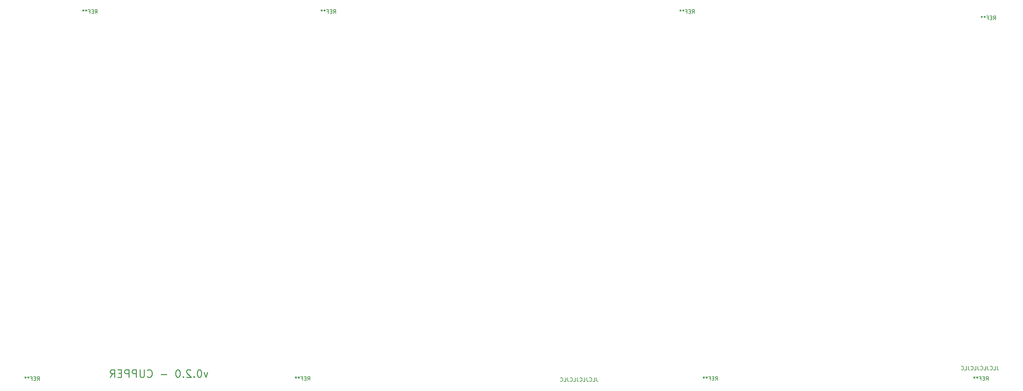
<source format=gbr>
%TF.GenerationSoftware,KiCad,Pcbnew,5.1.6*%
%TF.CreationDate,2020-11-05T19:36:39+01:00*%
%TF.ProjectId,OTTO_FrontPanel_SMD,4f54544f-5f46-4726-9f6e-7450616e656c,rev?*%
%TF.SameCoordinates,Original*%
%TF.FileFunction,Legend,Bot*%
%TF.FilePolarity,Positive*%
%FSLAX46Y46*%
G04 Gerber Fmt 4.6, Leading zero omitted, Abs format (unit mm)*
G04 Created by KiCad (PCBNEW 5.1.6) date 2020-11-05 19:36:39*
%MOMM*%
%LPD*%
G01*
G04 APERTURE LIST*
%ADD10C,0.250000*%
%ADD11C,0.150000*%
G04 APERTURE END LIST*
D10*
X81733600Y-106590228D02*
X81257409Y-107923561D01*
X80781219Y-106590228D01*
X79638361Y-105923561D02*
X79447885Y-105923561D01*
X79257409Y-106018800D01*
X79162171Y-106114038D01*
X79066933Y-106304514D01*
X78971695Y-106685466D01*
X78971695Y-107161657D01*
X79066933Y-107542609D01*
X79162171Y-107733085D01*
X79257409Y-107828323D01*
X79447885Y-107923561D01*
X79638361Y-107923561D01*
X79828838Y-107828323D01*
X79924076Y-107733085D01*
X80019314Y-107542609D01*
X80114552Y-107161657D01*
X80114552Y-106685466D01*
X80019314Y-106304514D01*
X79924076Y-106114038D01*
X79828838Y-106018800D01*
X79638361Y-105923561D01*
X78114552Y-107733085D02*
X78019314Y-107828323D01*
X78114552Y-107923561D01*
X78209790Y-107828323D01*
X78114552Y-107733085D01*
X78114552Y-107923561D01*
X77257409Y-106114038D02*
X77162171Y-106018800D01*
X76971695Y-105923561D01*
X76495504Y-105923561D01*
X76305028Y-106018800D01*
X76209790Y-106114038D01*
X76114552Y-106304514D01*
X76114552Y-106494990D01*
X76209790Y-106780704D01*
X77352647Y-107923561D01*
X76114552Y-107923561D01*
X75257409Y-107733085D02*
X75162171Y-107828323D01*
X75257409Y-107923561D01*
X75352647Y-107828323D01*
X75257409Y-107733085D01*
X75257409Y-107923561D01*
X73924076Y-105923561D02*
X73733600Y-105923561D01*
X73543123Y-106018800D01*
X73447885Y-106114038D01*
X73352647Y-106304514D01*
X73257409Y-106685466D01*
X73257409Y-107161657D01*
X73352647Y-107542609D01*
X73447885Y-107733085D01*
X73543123Y-107828323D01*
X73733600Y-107923561D01*
X73924076Y-107923561D01*
X74114552Y-107828323D01*
X74209790Y-107733085D01*
X74305028Y-107542609D01*
X74400266Y-107161657D01*
X74400266Y-106685466D01*
X74305028Y-106304514D01*
X74209790Y-106114038D01*
X74114552Y-106018800D01*
X73924076Y-105923561D01*
X70876457Y-107161657D02*
X69352647Y-107161657D01*
X65733600Y-107733085D02*
X65828838Y-107828323D01*
X66114552Y-107923561D01*
X66305028Y-107923561D01*
X66590742Y-107828323D01*
X66781219Y-107637847D01*
X66876457Y-107447371D01*
X66971695Y-107066419D01*
X66971695Y-106780704D01*
X66876457Y-106399752D01*
X66781219Y-106209276D01*
X66590742Y-106018800D01*
X66305028Y-105923561D01*
X66114552Y-105923561D01*
X65828838Y-106018800D01*
X65733600Y-106114038D01*
X64876457Y-105923561D02*
X64876457Y-107542609D01*
X64781219Y-107733085D01*
X64685980Y-107828323D01*
X64495504Y-107923561D01*
X64114552Y-107923561D01*
X63924076Y-107828323D01*
X63828838Y-107733085D01*
X63733600Y-107542609D01*
X63733600Y-105923561D01*
X62781219Y-107923561D02*
X62781219Y-105923561D01*
X62019314Y-105923561D01*
X61828838Y-106018800D01*
X61733600Y-106114038D01*
X61638361Y-106304514D01*
X61638361Y-106590228D01*
X61733600Y-106780704D01*
X61828838Y-106875942D01*
X62019314Y-106971180D01*
X62781219Y-106971180D01*
X60781219Y-107923561D02*
X60781219Y-105923561D01*
X60019314Y-105923561D01*
X59828838Y-106018800D01*
X59733600Y-106114038D01*
X59638361Y-106304514D01*
X59638361Y-106590228D01*
X59733600Y-106780704D01*
X59828838Y-106875942D01*
X60019314Y-106971180D01*
X60781219Y-106971180D01*
X58781219Y-106875942D02*
X58114552Y-106875942D01*
X57828838Y-107923561D02*
X58781219Y-107923561D01*
X58781219Y-105923561D01*
X57828838Y-105923561D01*
X55828838Y-107923561D02*
X56495504Y-106971180D01*
X56971695Y-107923561D02*
X56971695Y-105923561D01*
X56209790Y-105923561D01*
X56019314Y-106018800D01*
X55924076Y-106114038D01*
X55828838Y-106304514D01*
X55828838Y-106590228D01*
X55924076Y-106780704D01*
X56019314Y-106875942D01*
X56209790Y-106971180D01*
X56971695Y-106971180D01*
D11*
X185202647Y-108041180D02*
X185202647Y-108755466D01*
X185250266Y-108898323D01*
X185345504Y-108993561D01*
X185488361Y-109041180D01*
X185583600Y-109041180D01*
X184250266Y-109041180D02*
X184726457Y-109041180D01*
X184726457Y-108041180D01*
X183345504Y-108945942D02*
X183393123Y-108993561D01*
X183535980Y-109041180D01*
X183631219Y-109041180D01*
X183774076Y-108993561D01*
X183869314Y-108898323D01*
X183916933Y-108803085D01*
X183964552Y-108612609D01*
X183964552Y-108469752D01*
X183916933Y-108279276D01*
X183869314Y-108184038D01*
X183774076Y-108088800D01*
X183631219Y-108041180D01*
X183535980Y-108041180D01*
X183393123Y-108088800D01*
X183345504Y-108136419D01*
X182631219Y-108041180D02*
X182631219Y-108755466D01*
X182678838Y-108898323D01*
X182774076Y-108993561D01*
X182916933Y-109041180D01*
X183012171Y-109041180D01*
X181678838Y-109041180D02*
X182155028Y-109041180D01*
X182155028Y-108041180D01*
X180774076Y-108945942D02*
X180821695Y-108993561D01*
X180964552Y-109041180D01*
X181059790Y-109041180D01*
X181202647Y-108993561D01*
X181297885Y-108898323D01*
X181345504Y-108803085D01*
X181393123Y-108612609D01*
X181393123Y-108469752D01*
X181345504Y-108279276D01*
X181297885Y-108184038D01*
X181202647Y-108088800D01*
X181059790Y-108041180D01*
X180964552Y-108041180D01*
X180821695Y-108088800D01*
X180774076Y-108136419D01*
X180059790Y-108041180D02*
X180059790Y-108755466D01*
X180107409Y-108898323D01*
X180202647Y-108993561D01*
X180345504Y-109041180D01*
X180440742Y-109041180D01*
X179107409Y-109041180D02*
X179583600Y-109041180D01*
X179583600Y-108041180D01*
X178202647Y-108945942D02*
X178250266Y-108993561D01*
X178393123Y-109041180D01*
X178488361Y-109041180D01*
X178631219Y-108993561D01*
X178726457Y-108898323D01*
X178774076Y-108803085D01*
X178821695Y-108612609D01*
X178821695Y-108469752D01*
X178774076Y-108279276D01*
X178726457Y-108184038D01*
X178631219Y-108088800D01*
X178488361Y-108041180D01*
X178393123Y-108041180D01*
X178250266Y-108088800D01*
X178202647Y-108136419D01*
X177488361Y-108041180D02*
X177488361Y-108755466D01*
X177535980Y-108898323D01*
X177631219Y-108993561D01*
X177774076Y-109041180D01*
X177869314Y-109041180D01*
X176535980Y-109041180D02*
X177012171Y-109041180D01*
X177012171Y-108041180D01*
X175631219Y-108945942D02*
X175678838Y-108993561D01*
X175821695Y-109041180D01*
X175916933Y-109041180D01*
X176059790Y-108993561D01*
X176155028Y-108898323D01*
X176202647Y-108803085D01*
X176250266Y-108612609D01*
X176250266Y-108469752D01*
X176202647Y-108279276D01*
X176155028Y-108184038D01*
X176059790Y-108088800D01*
X175916933Y-108041180D01*
X175821695Y-108041180D01*
X175678838Y-108088800D01*
X175631219Y-108136419D01*
X291819047Y-105002380D02*
X291819047Y-105716666D01*
X291866666Y-105859523D01*
X291961904Y-105954761D01*
X292104761Y-106002380D01*
X292200000Y-106002380D01*
X290866666Y-106002380D02*
X291342857Y-106002380D01*
X291342857Y-105002380D01*
X289961904Y-105907142D02*
X290009523Y-105954761D01*
X290152380Y-106002380D01*
X290247619Y-106002380D01*
X290390476Y-105954761D01*
X290485714Y-105859523D01*
X290533333Y-105764285D01*
X290580952Y-105573809D01*
X290580952Y-105430952D01*
X290533333Y-105240476D01*
X290485714Y-105145238D01*
X290390476Y-105050000D01*
X290247619Y-105002380D01*
X290152380Y-105002380D01*
X290009523Y-105050000D01*
X289961904Y-105097619D01*
X289247619Y-105002380D02*
X289247619Y-105716666D01*
X289295238Y-105859523D01*
X289390476Y-105954761D01*
X289533333Y-106002380D01*
X289628571Y-106002380D01*
X288295238Y-106002380D02*
X288771428Y-106002380D01*
X288771428Y-105002380D01*
X287390476Y-105907142D02*
X287438095Y-105954761D01*
X287580952Y-106002380D01*
X287676190Y-106002380D01*
X287819047Y-105954761D01*
X287914285Y-105859523D01*
X287961904Y-105764285D01*
X288009523Y-105573809D01*
X288009523Y-105430952D01*
X287961904Y-105240476D01*
X287914285Y-105145238D01*
X287819047Y-105050000D01*
X287676190Y-105002380D01*
X287580952Y-105002380D01*
X287438095Y-105050000D01*
X287390476Y-105097619D01*
X286676190Y-105002380D02*
X286676190Y-105716666D01*
X286723809Y-105859523D01*
X286819047Y-105954761D01*
X286961904Y-106002380D01*
X287057142Y-106002380D01*
X285723809Y-106002380D02*
X286200000Y-106002380D01*
X286200000Y-105002380D01*
X284819047Y-105907142D02*
X284866666Y-105954761D01*
X285009523Y-106002380D01*
X285104761Y-106002380D01*
X285247619Y-105954761D01*
X285342857Y-105859523D01*
X285390476Y-105764285D01*
X285438095Y-105573809D01*
X285438095Y-105430952D01*
X285390476Y-105240476D01*
X285342857Y-105145238D01*
X285247619Y-105050000D01*
X285104761Y-105002380D01*
X285009523Y-105002380D01*
X284866666Y-105050000D01*
X284819047Y-105097619D01*
X284104761Y-105002380D02*
X284104761Y-105716666D01*
X284152380Y-105859523D01*
X284247619Y-105954761D01*
X284390476Y-106002380D01*
X284485714Y-106002380D01*
X283152380Y-106002380D02*
X283628571Y-106002380D01*
X283628571Y-105002380D01*
X282247619Y-105907142D02*
X282295238Y-105954761D01*
X282438095Y-106002380D01*
X282533333Y-106002380D01*
X282676190Y-105954761D01*
X282771428Y-105859523D01*
X282819047Y-105764285D01*
X282866666Y-105573809D01*
X282866666Y-105430952D01*
X282819047Y-105240476D01*
X282771428Y-105145238D01*
X282676190Y-105050000D01*
X282533333Y-105002380D01*
X282438095Y-105002380D01*
X282295238Y-105050000D01*
X282247619Y-105097619D01*
X36393333Y-108762380D02*
X36726666Y-108286190D01*
X36964761Y-108762380D02*
X36964761Y-107762380D01*
X36583809Y-107762380D01*
X36488571Y-107810000D01*
X36440952Y-107857619D01*
X36393333Y-107952857D01*
X36393333Y-108095714D01*
X36440952Y-108190952D01*
X36488571Y-108238571D01*
X36583809Y-108286190D01*
X36964761Y-108286190D01*
X35964761Y-108238571D02*
X35631428Y-108238571D01*
X35488571Y-108762380D02*
X35964761Y-108762380D01*
X35964761Y-107762380D01*
X35488571Y-107762380D01*
X34726666Y-108238571D02*
X35060000Y-108238571D01*
X35060000Y-108762380D02*
X35060000Y-107762380D01*
X34583809Y-107762380D01*
X34060000Y-107762380D02*
X34060000Y-108000476D01*
X34298095Y-107905238D02*
X34060000Y-108000476D01*
X33821904Y-107905238D01*
X34202857Y-108190952D02*
X34060000Y-108000476D01*
X33917142Y-108190952D01*
X33298095Y-107762380D02*
X33298095Y-108000476D01*
X33536190Y-107905238D02*
X33298095Y-108000476D01*
X33060000Y-107905238D01*
X33440952Y-108190952D02*
X33298095Y-108000476D01*
X33155238Y-108190952D01*
X108363333Y-108752380D02*
X108696666Y-108276190D01*
X108934761Y-108752380D02*
X108934761Y-107752380D01*
X108553809Y-107752380D01*
X108458571Y-107800000D01*
X108410952Y-107847619D01*
X108363333Y-107942857D01*
X108363333Y-108085714D01*
X108410952Y-108180952D01*
X108458571Y-108228571D01*
X108553809Y-108276190D01*
X108934761Y-108276190D01*
X107934761Y-108228571D02*
X107601428Y-108228571D01*
X107458571Y-108752380D02*
X107934761Y-108752380D01*
X107934761Y-107752380D01*
X107458571Y-107752380D01*
X106696666Y-108228571D02*
X107030000Y-108228571D01*
X107030000Y-108752380D02*
X107030000Y-107752380D01*
X106553809Y-107752380D01*
X106030000Y-107752380D02*
X106030000Y-107990476D01*
X106268095Y-107895238D02*
X106030000Y-107990476D01*
X105791904Y-107895238D01*
X106172857Y-108180952D02*
X106030000Y-107990476D01*
X105887142Y-108180952D01*
X105268095Y-107752380D02*
X105268095Y-107990476D01*
X105506190Y-107895238D02*
X105268095Y-107990476D01*
X105030000Y-107895238D01*
X105410952Y-108180952D02*
X105268095Y-107990476D01*
X105125238Y-108180952D01*
X210663333Y-11072380D02*
X210996666Y-10596190D01*
X211234761Y-11072380D02*
X211234761Y-10072380D01*
X210853809Y-10072380D01*
X210758571Y-10120000D01*
X210710952Y-10167619D01*
X210663333Y-10262857D01*
X210663333Y-10405714D01*
X210710952Y-10500952D01*
X210758571Y-10548571D01*
X210853809Y-10596190D01*
X211234761Y-10596190D01*
X210234761Y-10548571D02*
X209901428Y-10548571D01*
X209758571Y-11072380D02*
X210234761Y-11072380D01*
X210234761Y-10072380D01*
X209758571Y-10072380D01*
X208996666Y-10548571D02*
X209330000Y-10548571D01*
X209330000Y-11072380D02*
X209330000Y-10072380D01*
X208853809Y-10072380D01*
X208330000Y-10072380D02*
X208330000Y-10310476D01*
X208568095Y-10215238D02*
X208330000Y-10310476D01*
X208091904Y-10215238D01*
X208472857Y-10500952D02*
X208330000Y-10310476D01*
X208187142Y-10500952D01*
X207568095Y-10072380D02*
X207568095Y-10310476D01*
X207806190Y-10215238D02*
X207568095Y-10310476D01*
X207330000Y-10215238D01*
X207710952Y-10500952D02*
X207568095Y-10310476D01*
X207425238Y-10500952D01*
X290843333Y-12772380D02*
X291176666Y-12296190D01*
X291414761Y-12772380D02*
X291414761Y-11772380D01*
X291033809Y-11772380D01*
X290938571Y-11820000D01*
X290890952Y-11867619D01*
X290843333Y-11962857D01*
X290843333Y-12105714D01*
X290890952Y-12200952D01*
X290938571Y-12248571D01*
X291033809Y-12296190D01*
X291414761Y-12296190D01*
X290414761Y-12248571D02*
X290081428Y-12248571D01*
X289938571Y-12772380D02*
X290414761Y-12772380D01*
X290414761Y-11772380D01*
X289938571Y-11772380D01*
X289176666Y-12248571D02*
X289510000Y-12248571D01*
X289510000Y-12772380D02*
X289510000Y-11772380D01*
X289033809Y-11772380D01*
X288510000Y-11772380D02*
X288510000Y-12010476D01*
X288748095Y-11915238D02*
X288510000Y-12010476D01*
X288271904Y-11915238D01*
X288652857Y-12200952D02*
X288510000Y-12010476D01*
X288367142Y-12200952D01*
X287748095Y-11772380D02*
X287748095Y-12010476D01*
X287986190Y-11915238D02*
X287748095Y-12010476D01*
X287510000Y-11915238D01*
X287890952Y-12200952D02*
X287748095Y-12010476D01*
X287605238Y-12200952D01*
X51793333Y-11072380D02*
X52126666Y-10596190D01*
X52364761Y-11072380D02*
X52364761Y-10072380D01*
X51983809Y-10072380D01*
X51888571Y-10120000D01*
X51840952Y-10167619D01*
X51793333Y-10262857D01*
X51793333Y-10405714D01*
X51840952Y-10500952D01*
X51888571Y-10548571D01*
X51983809Y-10596190D01*
X52364761Y-10596190D01*
X51364761Y-10548571D02*
X51031428Y-10548571D01*
X50888571Y-11072380D02*
X51364761Y-11072380D01*
X51364761Y-10072380D01*
X50888571Y-10072380D01*
X50126666Y-10548571D02*
X50460000Y-10548571D01*
X50460000Y-11072380D02*
X50460000Y-10072380D01*
X49983809Y-10072380D01*
X49460000Y-10072380D02*
X49460000Y-10310476D01*
X49698095Y-10215238D02*
X49460000Y-10310476D01*
X49221904Y-10215238D01*
X49602857Y-10500952D02*
X49460000Y-10310476D01*
X49317142Y-10500952D01*
X48698095Y-10072380D02*
X48698095Y-10310476D01*
X48936190Y-10215238D02*
X48698095Y-10310476D01*
X48460000Y-10215238D01*
X48840952Y-10500952D02*
X48698095Y-10310476D01*
X48555238Y-10500952D01*
X216863333Y-108752380D02*
X217196666Y-108276190D01*
X217434761Y-108752380D02*
X217434761Y-107752380D01*
X217053809Y-107752380D01*
X216958571Y-107800000D01*
X216910952Y-107847619D01*
X216863333Y-107942857D01*
X216863333Y-108085714D01*
X216910952Y-108180952D01*
X216958571Y-108228571D01*
X217053809Y-108276190D01*
X217434761Y-108276190D01*
X216434761Y-108228571D02*
X216101428Y-108228571D01*
X215958571Y-108752380D02*
X216434761Y-108752380D01*
X216434761Y-107752380D01*
X215958571Y-107752380D01*
X215196666Y-108228571D02*
X215530000Y-108228571D01*
X215530000Y-108752380D02*
X215530000Y-107752380D01*
X215053809Y-107752380D01*
X214530000Y-107752380D02*
X214530000Y-107990476D01*
X214768095Y-107895238D02*
X214530000Y-107990476D01*
X214291904Y-107895238D01*
X214672857Y-108180952D02*
X214530000Y-107990476D01*
X214387142Y-108180952D01*
X213768095Y-107752380D02*
X213768095Y-107990476D01*
X214006190Y-107895238D02*
X213768095Y-107990476D01*
X213530000Y-107895238D01*
X213910952Y-108180952D02*
X213768095Y-107990476D01*
X213625238Y-108180952D01*
X288863333Y-108752380D02*
X289196666Y-108276190D01*
X289434761Y-108752380D02*
X289434761Y-107752380D01*
X289053809Y-107752380D01*
X288958571Y-107800000D01*
X288910952Y-107847619D01*
X288863333Y-107942857D01*
X288863333Y-108085714D01*
X288910952Y-108180952D01*
X288958571Y-108228571D01*
X289053809Y-108276190D01*
X289434761Y-108276190D01*
X288434761Y-108228571D02*
X288101428Y-108228571D01*
X287958571Y-108752380D02*
X288434761Y-108752380D01*
X288434761Y-107752380D01*
X287958571Y-107752380D01*
X287196666Y-108228571D02*
X287530000Y-108228571D01*
X287530000Y-108752380D02*
X287530000Y-107752380D01*
X287053809Y-107752380D01*
X286530000Y-107752380D02*
X286530000Y-107990476D01*
X286768095Y-107895238D02*
X286530000Y-107990476D01*
X286291904Y-107895238D01*
X286672857Y-108180952D02*
X286530000Y-107990476D01*
X286387142Y-108180952D01*
X285768095Y-107752380D02*
X285768095Y-107990476D01*
X286006190Y-107895238D02*
X285768095Y-107990476D01*
X285530000Y-107895238D01*
X285910952Y-108180952D02*
X285768095Y-107990476D01*
X285625238Y-108180952D01*
X115213333Y-11072380D02*
X115546666Y-10596190D01*
X115784761Y-11072380D02*
X115784761Y-10072380D01*
X115403809Y-10072380D01*
X115308571Y-10120000D01*
X115260952Y-10167619D01*
X115213333Y-10262857D01*
X115213333Y-10405714D01*
X115260952Y-10500952D01*
X115308571Y-10548571D01*
X115403809Y-10596190D01*
X115784761Y-10596190D01*
X114784761Y-10548571D02*
X114451428Y-10548571D01*
X114308571Y-11072380D02*
X114784761Y-11072380D01*
X114784761Y-10072380D01*
X114308571Y-10072380D01*
X113546666Y-10548571D02*
X113880000Y-10548571D01*
X113880000Y-11072380D02*
X113880000Y-10072380D01*
X113403809Y-10072380D01*
X112880000Y-10072380D02*
X112880000Y-10310476D01*
X113118095Y-10215238D02*
X112880000Y-10310476D01*
X112641904Y-10215238D01*
X113022857Y-10500952D02*
X112880000Y-10310476D01*
X112737142Y-10500952D01*
X112118095Y-10072380D02*
X112118095Y-10310476D01*
X112356190Y-10215238D02*
X112118095Y-10310476D01*
X111880000Y-10215238D01*
X112260952Y-10500952D02*
X112118095Y-10310476D01*
X111975238Y-10500952D01*
M02*

</source>
